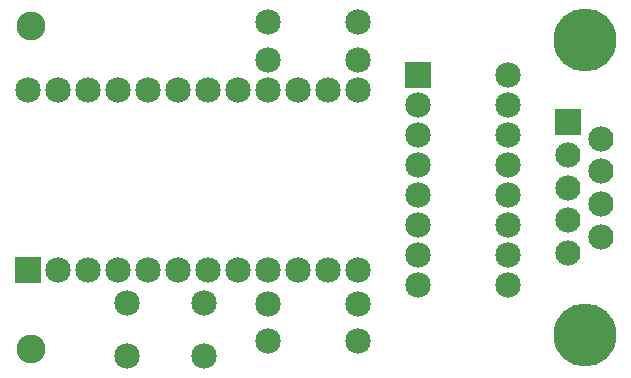
<source format=gbs>
G04 MADE WITH FRITZING*
G04 WWW.FRITZING.ORG*
G04 DOUBLE SIDED*
G04 HOLES PLATED*
G04 CONTOUR ON CENTER OF CONTOUR VECTOR*
%ASAXBY*%
%FSLAX23Y23*%
%MOIN*%
%OFA0B0*%
%SFA1.0B1.0*%
%ADD10C,0.084000*%
%ADD11C,0.210000*%
%ADD12C,0.085000*%
%ADD13C,0.096614*%
%ADD14R,0.085000X0.085000*%
%ADD15R,0.001000X0.001000*%
%LNMASK0*%
G90*
G70*
G54D10*
X1870Y843D03*
X1870Y734D03*
X1870Y625D03*
X1870Y516D03*
X1870Y407D03*
X1981Y788D03*
X1981Y679D03*
X1981Y571D03*
X1981Y461D03*
G54D11*
X1926Y1117D03*
X1926Y133D03*
G54D12*
X1369Y1001D03*
X1669Y1001D03*
X1369Y901D03*
X1669Y901D03*
X1369Y801D03*
X1669Y801D03*
X1369Y701D03*
X1669Y701D03*
X1369Y601D03*
X1669Y601D03*
X1369Y501D03*
X1669Y501D03*
X1369Y401D03*
X1669Y401D03*
X1369Y301D03*
X1669Y301D03*
X69Y351D03*
X69Y951D03*
X169Y351D03*
X169Y951D03*
X269Y351D03*
X269Y951D03*
X369Y351D03*
X369Y951D03*
X469Y351D03*
X469Y951D03*
X569Y351D03*
X569Y951D03*
X669Y351D03*
X669Y951D03*
X769Y351D03*
X769Y951D03*
X869Y351D03*
X869Y951D03*
X969Y351D03*
X969Y951D03*
X1069Y351D03*
X1069Y951D03*
X1169Y351D03*
X1169Y951D03*
X869Y113D03*
X1169Y113D03*
X869Y238D03*
X1169Y238D03*
X1169Y1176D03*
X869Y1176D03*
X1169Y1051D03*
X869Y1051D03*
X656Y63D03*
X401Y63D03*
X656Y240D03*
X401Y240D03*
G54D13*
X81Y1163D03*
X81Y88D03*
G54D14*
X1369Y1001D03*
X69Y351D03*
G54D15*
X1828Y885D02*
X1911Y885D01*
X1828Y884D02*
X1911Y884D01*
X1828Y883D02*
X1911Y883D01*
X1828Y882D02*
X1911Y882D01*
X1828Y881D02*
X1911Y881D01*
X1828Y880D02*
X1911Y880D01*
X1828Y879D02*
X1911Y879D01*
X1828Y878D02*
X1911Y878D01*
X1828Y877D02*
X1911Y877D01*
X1828Y876D02*
X1911Y876D01*
X1828Y875D02*
X1911Y875D01*
X1828Y874D02*
X1911Y874D01*
X1828Y873D02*
X1911Y873D01*
X1828Y872D02*
X1911Y872D01*
X1828Y871D02*
X1911Y871D01*
X1828Y870D02*
X1911Y870D01*
X1828Y869D02*
X1911Y869D01*
X1828Y868D02*
X1911Y868D01*
X1828Y867D02*
X1911Y867D01*
X1828Y866D02*
X1911Y866D01*
X1828Y865D02*
X1911Y865D01*
X1828Y864D02*
X1911Y864D01*
X1828Y863D02*
X1911Y863D01*
X1828Y862D02*
X1911Y862D01*
X1828Y861D02*
X1911Y861D01*
X1828Y860D02*
X1911Y860D01*
X1828Y859D02*
X1911Y859D01*
X1828Y858D02*
X1865Y858D01*
X1873Y858D02*
X1911Y858D01*
X1828Y857D02*
X1862Y857D01*
X1876Y857D02*
X1911Y857D01*
X1828Y856D02*
X1860Y856D01*
X1878Y856D02*
X1911Y856D01*
X1828Y855D02*
X1859Y855D01*
X1879Y855D02*
X1911Y855D01*
X1828Y854D02*
X1858Y854D01*
X1880Y854D02*
X1911Y854D01*
X1828Y853D02*
X1857Y853D01*
X1881Y853D02*
X1911Y853D01*
X1828Y852D02*
X1856Y852D01*
X1882Y852D02*
X1911Y852D01*
X1828Y851D02*
X1856Y851D01*
X1883Y851D02*
X1911Y851D01*
X1828Y850D02*
X1855Y850D01*
X1883Y850D02*
X1911Y850D01*
X1828Y849D02*
X1855Y849D01*
X1884Y849D02*
X1911Y849D01*
X1828Y848D02*
X1854Y848D01*
X1884Y848D02*
X1911Y848D01*
X1828Y847D02*
X1854Y847D01*
X1884Y847D02*
X1911Y847D01*
X1828Y846D02*
X1854Y846D01*
X1884Y846D02*
X1911Y846D01*
X1828Y845D02*
X1854Y845D01*
X1885Y845D02*
X1911Y845D01*
X1828Y844D02*
X1854Y844D01*
X1885Y844D02*
X1911Y844D01*
X1828Y843D02*
X1854Y843D01*
X1885Y843D02*
X1911Y843D01*
X1828Y842D02*
X1854Y842D01*
X1885Y842D02*
X1911Y842D01*
X1828Y841D02*
X1854Y841D01*
X1884Y841D02*
X1911Y841D01*
X1828Y840D02*
X1854Y840D01*
X1884Y840D02*
X1911Y840D01*
X1828Y839D02*
X1854Y839D01*
X1884Y839D02*
X1911Y839D01*
X1828Y838D02*
X1855Y838D01*
X1884Y838D02*
X1911Y838D01*
X1828Y837D02*
X1855Y837D01*
X1883Y837D02*
X1911Y837D01*
X1828Y836D02*
X1856Y836D01*
X1883Y836D02*
X1911Y836D01*
X1828Y835D02*
X1856Y835D01*
X1882Y835D02*
X1911Y835D01*
X1828Y834D02*
X1857Y834D01*
X1881Y834D02*
X1911Y834D01*
X1828Y833D02*
X1858Y833D01*
X1880Y833D02*
X1911Y833D01*
X1828Y832D02*
X1859Y832D01*
X1879Y832D02*
X1911Y832D01*
X1828Y831D02*
X1860Y831D01*
X1878Y831D02*
X1911Y831D01*
X1828Y830D02*
X1862Y830D01*
X1876Y830D02*
X1911Y830D01*
X1828Y829D02*
X1865Y829D01*
X1874Y829D02*
X1911Y829D01*
X1828Y828D02*
X1911Y828D01*
X1828Y827D02*
X1911Y827D01*
X1828Y826D02*
X1911Y826D01*
X1828Y825D02*
X1911Y825D01*
X1828Y824D02*
X1911Y824D01*
X1828Y823D02*
X1911Y823D01*
X1828Y822D02*
X1911Y822D01*
X1828Y821D02*
X1911Y821D01*
X1828Y820D02*
X1911Y820D01*
X1828Y819D02*
X1911Y819D01*
X1828Y818D02*
X1911Y818D01*
X1828Y817D02*
X1911Y817D01*
X1828Y816D02*
X1911Y816D01*
X1828Y815D02*
X1911Y815D01*
X1828Y814D02*
X1911Y814D01*
X1828Y813D02*
X1911Y813D01*
X1828Y812D02*
X1911Y812D01*
X1828Y811D02*
X1911Y811D01*
X1828Y810D02*
X1911Y810D01*
X1828Y809D02*
X1911Y809D01*
X1828Y808D02*
X1911Y808D01*
X1828Y807D02*
X1911Y807D01*
X1828Y806D02*
X1911Y806D01*
X1828Y805D02*
X1911Y805D01*
X1828Y804D02*
X1911Y804D01*
X1828Y803D02*
X1911Y803D01*
X1828Y802D02*
X1911Y802D01*
D02*
G04 End of Mask0*
M02*
</source>
